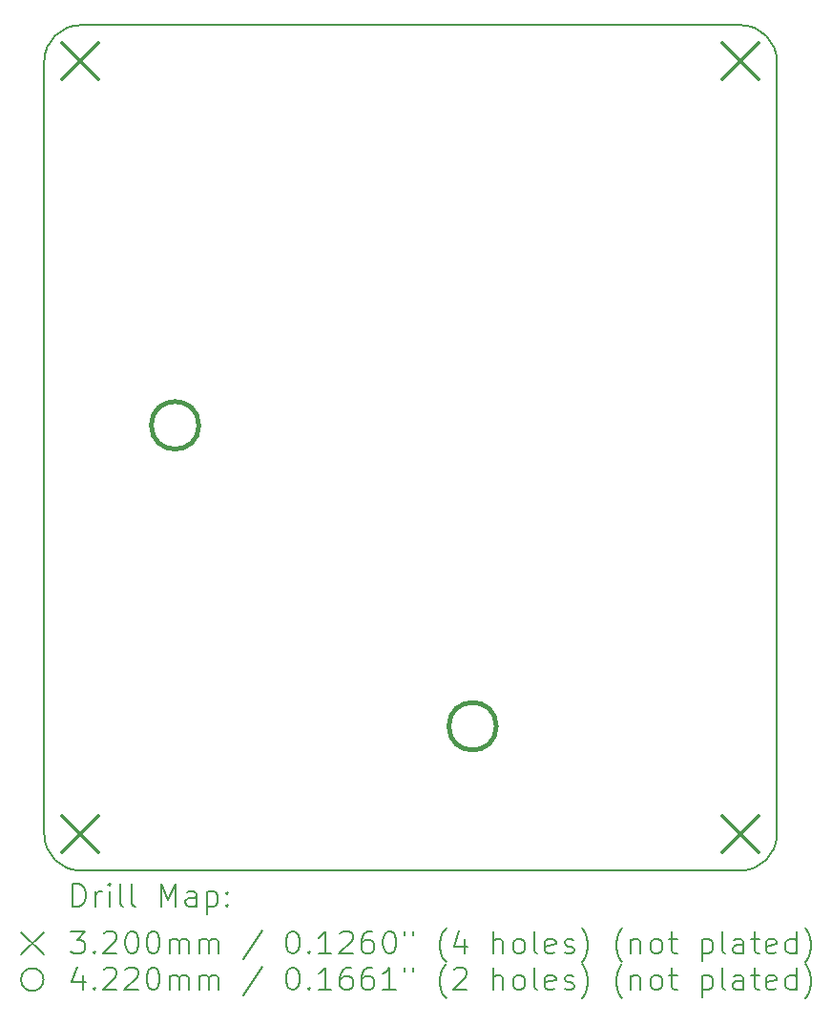
<source format=gbr>
%TF.GenerationSoftware,KiCad,Pcbnew,8.0.2*%
%TF.CreationDate,2024-07-11T10:10:47+02:00*%
%TF.ProjectId,HomeAssistant,486f6d65-4173-4736-9973-74616e742e6b,0.1*%
%TF.SameCoordinates,Original*%
%TF.FileFunction,Drillmap*%
%TF.FilePolarity,Positive*%
%FSLAX45Y45*%
G04 Gerber Fmt 4.5, Leading zero omitted, Abs format (unit mm)*
G04 Created by KiCad (PCBNEW 8.0.2) date 2024-07-11 10:10:47*
%MOMM*%
%LPD*%
G01*
G04 APERTURE LIST*
%ADD10C,0.150000*%
%ADD11C,0.200000*%
%ADD12C,0.320000*%
%ADD13C,0.422000*%
G04 APERTURE END LIST*
D10*
X6500000Y-5315000D02*
G75*
G02*
X6820000Y-4999961I320000J-5000D01*
G01*
X13000000Y-12185000D02*
G75*
G02*
X12680000Y-12500039I-320000J5000D01*
G01*
X6815000Y-12500000D02*
X12680000Y-12500039D01*
X12685000Y-5000000D02*
G75*
G02*
X13000039Y-5320000I-5000J-320000D01*
G01*
X6500000Y-5315000D02*
X6499961Y-12180000D01*
X6815000Y-12500000D02*
G75*
G02*
X6499961Y-12180000I5000J320000D01*
G01*
X13000000Y-12185000D02*
X13000039Y-5320000D01*
X12685000Y-5000000D02*
X6820000Y-4999961D01*
D11*
D12*
X6660000Y-5160000D02*
X6980000Y-5480000D01*
X6980000Y-5160000D02*
X6660000Y-5480000D01*
X6660000Y-12020000D02*
X6980000Y-12340000D01*
X6980000Y-12020000D02*
X6660000Y-12340000D01*
X12520000Y-5160000D02*
X12840000Y-5480000D01*
X12840000Y-5160000D02*
X12520000Y-5480000D01*
X12520000Y-12020000D02*
X12840000Y-12340000D01*
X12840000Y-12020000D02*
X12520000Y-12340000D01*
D13*
X7871000Y-8550000D02*
G75*
G02*
X7449000Y-8550000I-211000J0D01*
G01*
X7449000Y-8550000D02*
G75*
G02*
X7871000Y-8550000I211000J0D01*
G01*
X10511000Y-11220000D02*
G75*
G02*
X10089000Y-11220000I-211000J0D01*
G01*
X10089000Y-11220000D02*
G75*
G02*
X10511000Y-11220000I211000J0D01*
G01*
D11*
X6753238Y-12819023D02*
X6753238Y-12619023D01*
X6753238Y-12619023D02*
X6800857Y-12619023D01*
X6800857Y-12619023D02*
X6829428Y-12628547D01*
X6829428Y-12628547D02*
X6848476Y-12647594D01*
X6848476Y-12647594D02*
X6858000Y-12666642D01*
X6858000Y-12666642D02*
X6867523Y-12704737D01*
X6867523Y-12704737D02*
X6867523Y-12733308D01*
X6867523Y-12733308D02*
X6858000Y-12771404D01*
X6858000Y-12771404D02*
X6848476Y-12790451D01*
X6848476Y-12790451D02*
X6829428Y-12809499D01*
X6829428Y-12809499D02*
X6800857Y-12819023D01*
X6800857Y-12819023D02*
X6753238Y-12819023D01*
X6953238Y-12819023D02*
X6953238Y-12685689D01*
X6953238Y-12723785D02*
X6962762Y-12704737D01*
X6962762Y-12704737D02*
X6972285Y-12695213D01*
X6972285Y-12695213D02*
X6991333Y-12685689D01*
X6991333Y-12685689D02*
X7010381Y-12685689D01*
X7077047Y-12819023D02*
X7077047Y-12685689D01*
X7077047Y-12619023D02*
X7067523Y-12628547D01*
X7067523Y-12628547D02*
X7077047Y-12638070D01*
X7077047Y-12638070D02*
X7086571Y-12628547D01*
X7086571Y-12628547D02*
X7077047Y-12619023D01*
X7077047Y-12619023D02*
X7077047Y-12638070D01*
X7200857Y-12819023D02*
X7181809Y-12809499D01*
X7181809Y-12809499D02*
X7172285Y-12790451D01*
X7172285Y-12790451D02*
X7172285Y-12619023D01*
X7305619Y-12819023D02*
X7286571Y-12809499D01*
X7286571Y-12809499D02*
X7277047Y-12790451D01*
X7277047Y-12790451D02*
X7277047Y-12619023D01*
X7534190Y-12819023D02*
X7534190Y-12619023D01*
X7534190Y-12619023D02*
X7600857Y-12761880D01*
X7600857Y-12761880D02*
X7667523Y-12619023D01*
X7667523Y-12619023D02*
X7667523Y-12819023D01*
X7848476Y-12819023D02*
X7848476Y-12714261D01*
X7848476Y-12714261D02*
X7838952Y-12695213D01*
X7838952Y-12695213D02*
X7819904Y-12685689D01*
X7819904Y-12685689D02*
X7781809Y-12685689D01*
X7781809Y-12685689D02*
X7762762Y-12695213D01*
X7848476Y-12809499D02*
X7829428Y-12819023D01*
X7829428Y-12819023D02*
X7781809Y-12819023D01*
X7781809Y-12819023D02*
X7762762Y-12809499D01*
X7762762Y-12809499D02*
X7753238Y-12790451D01*
X7753238Y-12790451D02*
X7753238Y-12771404D01*
X7753238Y-12771404D02*
X7762762Y-12752356D01*
X7762762Y-12752356D02*
X7781809Y-12742832D01*
X7781809Y-12742832D02*
X7829428Y-12742832D01*
X7829428Y-12742832D02*
X7848476Y-12733308D01*
X7943714Y-12685689D02*
X7943714Y-12885689D01*
X7943714Y-12695213D02*
X7962762Y-12685689D01*
X7962762Y-12685689D02*
X8000857Y-12685689D01*
X8000857Y-12685689D02*
X8019904Y-12695213D01*
X8019904Y-12695213D02*
X8029428Y-12704737D01*
X8029428Y-12704737D02*
X8038952Y-12723785D01*
X8038952Y-12723785D02*
X8038952Y-12780927D01*
X8038952Y-12780927D02*
X8029428Y-12799975D01*
X8029428Y-12799975D02*
X8019904Y-12809499D01*
X8019904Y-12809499D02*
X8000857Y-12819023D01*
X8000857Y-12819023D02*
X7962762Y-12819023D01*
X7962762Y-12819023D02*
X7943714Y-12809499D01*
X8124666Y-12799975D02*
X8134190Y-12809499D01*
X8134190Y-12809499D02*
X8124666Y-12819023D01*
X8124666Y-12819023D02*
X8115143Y-12809499D01*
X8115143Y-12809499D02*
X8124666Y-12799975D01*
X8124666Y-12799975D02*
X8124666Y-12819023D01*
X8124666Y-12695213D02*
X8134190Y-12704737D01*
X8134190Y-12704737D02*
X8124666Y-12714261D01*
X8124666Y-12714261D02*
X8115143Y-12704737D01*
X8115143Y-12704737D02*
X8124666Y-12695213D01*
X8124666Y-12695213D02*
X8124666Y-12714261D01*
X6292461Y-13047539D02*
X6492461Y-13247539D01*
X6492461Y-13047539D02*
X6292461Y-13247539D01*
X6734190Y-13039023D02*
X6858000Y-13039023D01*
X6858000Y-13039023D02*
X6791333Y-13115213D01*
X6791333Y-13115213D02*
X6819904Y-13115213D01*
X6819904Y-13115213D02*
X6838952Y-13124737D01*
X6838952Y-13124737D02*
X6848476Y-13134261D01*
X6848476Y-13134261D02*
X6858000Y-13153308D01*
X6858000Y-13153308D02*
X6858000Y-13200927D01*
X6858000Y-13200927D02*
X6848476Y-13219975D01*
X6848476Y-13219975D02*
X6838952Y-13229499D01*
X6838952Y-13229499D02*
X6819904Y-13239023D01*
X6819904Y-13239023D02*
X6762762Y-13239023D01*
X6762762Y-13239023D02*
X6743714Y-13229499D01*
X6743714Y-13229499D02*
X6734190Y-13219975D01*
X6943714Y-13219975D02*
X6953238Y-13229499D01*
X6953238Y-13229499D02*
X6943714Y-13239023D01*
X6943714Y-13239023D02*
X6934190Y-13229499D01*
X6934190Y-13229499D02*
X6943714Y-13219975D01*
X6943714Y-13219975D02*
X6943714Y-13239023D01*
X7029428Y-13058070D02*
X7038952Y-13048547D01*
X7038952Y-13048547D02*
X7058000Y-13039023D01*
X7058000Y-13039023D02*
X7105619Y-13039023D01*
X7105619Y-13039023D02*
X7124666Y-13048547D01*
X7124666Y-13048547D02*
X7134190Y-13058070D01*
X7134190Y-13058070D02*
X7143714Y-13077118D01*
X7143714Y-13077118D02*
X7143714Y-13096166D01*
X7143714Y-13096166D02*
X7134190Y-13124737D01*
X7134190Y-13124737D02*
X7019904Y-13239023D01*
X7019904Y-13239023D02*
X7143714Y-13239023D01*
X7267523Y-13039023D02*
X7286571Y-13039023D01*
X7286571Y-13039023D02*
X7305619Y-13048547D01*
X7305619Y-13048547D02*
X7315143Y-13058070D01*
X7315143Y-13058070D02*
X7324666Y-13077118D01*
X7324666Y-13077118D02*
X7334190Y-13115213D01*
X7334190Y-13115213D02*
X7334190Y-13162832D01*
X7334190Y-13162832D02*
X7324666Y-13200927D01*
X7324666Y-13200927D02*
X7315143Y-13219975D01*
X7315143Y-13219975D02*
X7305619Y-13229499D01*
X7305619Y-13229499D02*
X7286571Y-13239023D01*
X7286571Y-13239023D02*
X7267523Y-13239023D01*
X7267523Y-13239023D02*
X7248476Y-13229499D01*
X7248476Y-13229499D02*
X7238952Y-13219975D01*
X7238952Y-13219975D02*
X7229428Y-13200927D01*
X7229428Y-13200927D02*
X7219904Y-13162832D01*
X7219904Y-13162832D02*
X7219904Y-13115213D01*
X7219904Y-13115213D02*
X7229428Y-13077118D01*
X7229428Y-13077118D02*
X7238952Y-13058070D01*
X7238952Y-13058070D02*
X7248476Y-13048547D01*
X7248476Y-13048547D02*
X7267523Y-13039023D01*
X7458000Y-13039023D02*
X7477047Y-13039023D01*
X7477047Y-13039023D02*
X7496095Y-13048547D01*
X7496095Y-13048547D02*
X7505619Y-13058070D01*
X7505619Y-13058070D02*
X7515143Y-13077118D01*
X7515143Y-13077118D02*
X7524666Y-13115213D01*
X7524666Y-13115213D02*
X7524666Y-13162832D01*
X7524666Y-13162832D02*
X7515143Y-13200927D01*
X7515143Y-13200927D02*
X7505619Y-13219975D01*
X7505619Y-13219975D02*
X7496095Y-13229499D01*
X7496095Y-13229499D02*
X7477047Y-13239023D01*
X7477047Y-13239023D02*
X7458000Y-13239023D01*
X7458000Y-13239023D02*
X7438952Y-13229499D01*
X7438952Y-13229499D02*
X7429428Y-13219975D01*
X7429428Y-13219975D02*
X7419904Y-13200927D01*
X7419904Y-13200927D02*
X7410381Y-13162832D01*
X7410381Y-13162832D02*
X7410381Y-13115213D01*
X7410381Y-13115213D02*
X7419904Y-13077118D01*
X7419904Y-13077118D02*
X7429428Y-13058070D01*
X7429428Y-13058070D02*
X7438952Y-13048547D01*
X7438952Y-13048547D02*
X7458000Y-13039023D01*
X7610381Y-13239023D02*
X7610381Y-13105689D01*
X7610381Y-13124737D02*
X7619904Y-13115213D01*
X7619904Y-13115213D02*
X7638952Y-13105689D01*
X7638952Y-13105689D02*
X7667524Y-13105689D01*
X7667524Y-13105689D02*
X7686571Y-13115213D01*
X7686571Y-13115213D02*
X7696095Y-13134261D01*
X7696095Y-13134261D02*
X7696095Y-13239023D01*
X7696095Y-13134261D02*
X7705619Y-13115213D01*
X7705619Y-13115213D02*
X7724666Y-13105689D01*
X7724666Y-13105689D02*
X7753238Y-13105689D01*
X7753238Y-13105689D02*
X7772285Y-13115213D01*
X7772285Y-13115213D02*
X7781809Y-13134261D01*
X7781809Y-13134261D02*
X7781809Y-13239023D01*
X7877047Y-13239023D02*
X7877047Y-13105689D01*
X7877047Y-13124737D02*
X7886571Y-13115213D01*
X7886571Y-13115213D02*
X7905619Y-13105689D01*
X7905619Y-13105689D02*
X7934190Y-13105689D01*
X7934190Y-13105689D02*
X7953238Y-13115213D01*
X7953238Y-13115213D02*
X7962762Y-13134261D01*
X7962762Y-13134261D02*
X7962762Y-13239023D01*
X7962762Y-13134261D02*
X7972285Y-13115213D01*
X7972285Y-13115213D02*
X7991333Y-13105689D01*
X7991333Y-13105689D02*
X8019904Y-13105689D01*
X8019904Y-13105689D02*
X8038952Y-13115213D01*
X8038952Y-13115213D02*
X8048476Y-13134261D01*
X8048476Y-13134261D02*
X8048476Y-13239023D01*
X8438952Y-13029499D02*
X8267524Y-13286642D01*
X8696095Y-13039023D02*
X8715143Y-13039023D01*
X8715143Y-13039023D02*
X8734190Y-13048547D01*
X8734190Y-13048547D02*
X8743714Y-13058070D01*
X8743714Y-13058070D02*
X8753238Y-13077118D01*
X8753238Y-13077118D02*
X8762762Y-13115213D01*
X8762762Y-13115213D02*
X8762762Y-13162832D01*
X8762762Y-13162832D02*
X8753238Y-13200927D01*
X8753238Y-13200927D02*
X8743714Y-13219975D01*
X8743714Y-13219975D02*
X8734190Y-13229499D01*
X8734190Y-13229499D02*
X8715143Y-13239023D01*
X8715143Y-13239023D02*
X8696095Y-13239023D01*
X8696095Y-13239023D02*
X8677048Y-13229499D01*
X8677048Y-13229499D02*
X8667524Y-13219975D01*
X8667524Y-13219975D02*
X8658000Y-13200927D01*
X8658000Y-13200927D02*
X8648476Y-13162832D01*
X8648476Y-13162832D02*
X8648476Y-13115213D01*
X8648476Y-13115213D02*
X8658000Y-13077118D01*
X8658000Y-13077118D02*
X8667524Y-13058070D01*
X8667524Y-13058070D02*
X8677048Y-13048547D01*
X8677048Y-13048547D02*
X8696095Y-13039023D01*
X8848476Y-13219975D02*
X8858000Y-13229499D01*
X8858000Y-13229499D02*
X8848476Y-13239023D01*
X8848476Y-13239023D02*
X8838952Y-13229499D01*
X8838952Y-13229499D02*
X8848476Y-13219975D01*
X8848476Y-13219975D02*
X8848476Y-13239023D01*
X9048476Y-13239023D02*
X8934190Y-13239023D01*
X8991333Y-13239023D02*
X8991333Y-13039023D01*
X8991333Y-13039023D02*
X8972286Y-13067594D01*
X8972286Y-13067594D02*
X8953238Y-13086642D01*
X8953238Y-13086642D02*
X8934190Y-13096166D01*
X9124667Y-13058070D02*
X9134190Y-13048547D01*
X9134190Y-13048547D02*
X9153238Y-13039023D01*
X9153238Y-13039023D02*
X9200857Y-13039023D01*
X9200857Y-13039023D02*
X9219905Y-13048547D01*
X9219905Y-13048547D02*
X9229429Y-13058070D01*
X9229429Y-13058070D02*
X9238952Y-13077118D01*
X9238952Y-13077118D02*
X9238952Y-13096166D01*
X9238952Y-13096166D02*
X9229429Y-13124737D01*
X9229429Y-13124737D02*
X9115143Y-13239023D01*
X9115143Y-13239023D02*
X9238952Y-13239023D01*
X9410381Y-13039023D02*
X9372286Y-13039023D01*
X9372286Y-13039023D02*
X9353238Y-13048547D01*
X9353238Y-13048547D02*
X9343714Y-13058070D01*
X9343714Y-13058070D02*
X9324667Y-13086642D01*
X9324667Y-13086642D02*
X9315143Y-13124737D01*
X9315143Y-13124737D02*
X9315143Y-13200927D01*
X9315143Y-13200927D02*
X9324667Y-13219975D01*
X9324667Y-13219975D02*
X9334190Y-13229499D01*
X9334190Y-13229499D02*
X9353238Y-13239023D01*
X9353238Y-13239023D02*
X9391333Y-13239023D01*
X9391333Y-13239023D02*
X9410381Y-13229499D01*
X9410381Y-13229499D02*
X9419905Y-13219975D01*
X9419905Y-13219975D02*
X9429429Y-13200927D01*
X9429429Y-13200927D02*
X9429429Y-13153308D01*
X9429429Y-13153308D02*
X9419905Y-13134261D01*
X9419905Y-13134261D02*
X9410381Y-13124737D01*
X9410381Y-13124737D02*
X9391333Y-13115213D01*
X9391333Y-13115213D02*
X9353238Y-13115213D01*
X9353238Y-13115213D02*
X9334190Y-13124737D01*
X9334190Y-13124737D02*
X9324667Y-13134261D01*
X9324667Y-13134261D02*
X9315143Y-13153308D01*
X9553238Y-13039023D02*
X9572286Y-13039023D01*
X9572286Y-13039023D02*
X9591333Y-13048547D01*
X9591333Y-13048547D02*
X9600857Y-13058070D01*
X9600857Y-13058070D02*
X9610381Y-13077118D01*
X9610381Y-13077118D02*
X9619905Y-13115213D01*
X9619905Y-13115213D02*
X9619905Y-13162832D01*
X9619905Y-13162832D02*
X9610381Y-13200927D01*
X9610381Y-13200927D02*
X9600857Y-13219975D01*
X9600857Y-13219975D02*
X9591333Y-13229499D01*
X9591333Y-13229499D02*
X9572286Y-13239023D01*
X9572286Y-13239023D02*
X9553238Y-13239023D01*
X9553238Y-13239023D02*
X9534190Y-13229499D01*
X9534190Y-13229499D02*
X9524667Y-13219975D01*
X9524667Y-13219975D02*
X9515143Y-13200927D01*
X9515143Y-13200927D02*
X9505619Y-13162832D01*
X9505619Y-13162832D02*
X9505619Y-13115213D01*
X9505619Y-13115213D02*
X9515143Y-13077118D01*
X9515143Y-13077118D02*
X9524667Y-13058070D01*
X9524667Y-13058070D02*
X9534190Y-13048547D01*
X9534190Y-13048547D02*
X9553238Y-13039023D01*
X9696095Y-13039023D02*
X9696095Y-13077118D01*
X9772286Y-13039023D02*
X9772286Y-13077118D01*
X10067524Y-13315213D02*
X10058000Y-13305689D01*
X10058000Y-13305689D02*
X10038952Y-13277118D01*
X10038952Y-13277118D02*
X10029429Y-13258070D01*
X10029429Y-13258070D02*
X10019905Y-13229499D01*
X10019905Y-13229499D02*
X10010381Y-13181880D01*
X10010381Y-13181880D02*
X10010381Y-13143785D01*
X10010381Y-13143785D02*
X10019905Y-13096166D01*
X10019905Y-13096166D02*
X10029429Y-13067594D01*
X10029429Y-13067594D02*
X10038952Y-13048547D01*
X10038952Y-13048547D02*
X10058000Y-13019975D01*
X10058000Y-13019975D02*
X10067524Y-13010451D01*
X10229429Y-13105689D02*
X10229429Y-13239023D01*
X10181810Y-13029499D02*
X10134191Y-13172356D01*
X10134191Y-13172356D02*
X10258000Y-13172356D01*
X10486572Y-13239023D02*
X10486572Y-13039023D01*
X10572286Y-13239023D02*
X10572286Y-13134261D01*
X10572286Y-13134261D02*
X10562762Y-13115213D01*
X10562762Y-13115213D02*
X10543714Y-13105689D01*
X10543714Y-13105689D02*
X10515143Y-13105689D01*
X10515143Y-13105689D02*
X10496095Y-13115213D01*
X10496095Y-13115213D02*
X10486572Y-13124737D01*
X10696095Y-13239023D02*
X10677048Y-13229499D01*
X10677048Y-13229499D02*
X10667524Y-13219975D01*
X10667524Y-13219975D02*
X10658000Y-13200927D01*
X10658000Y-13200927D02*
X10658000Y-13143785D01*
X10658000Y-13143785D02*
X10667524Y-13124737D01*
X10667524Y-13124737D02*
X10677048Y-13115213D01*
X10677048Y-13115213D02*
X10696095Y-13105689D01*
X10696095Y-13105689D02*
X10724667Y-13105689D01*
X10724667Y-13105689D02*
X10743714Y-13115213D01*
X10743714Y-13115213D02*
X10753238Y-13124737D01*
X10753238Y-13124737D02*
X10762762Y-13143785D01*
X10762762Y-13143785D02*
X10762762Y-13200927D01*
X10762762Y-13200927D02*
X10753238Y-13219975D01*
X10753238Y-13219975D02*
X10743714Y-13229499D01*
X10743714Y-13229499D02*
X10724667Y-13239023D01*
X10724667Y-13239023D02*
X10696095Y-13239023D01*
X10877048Y-13239023D02*
X10858000Y-13229499D01*
X10858000Y-13229499D02*
X10848476Y-13210451D01*
X10848476Y-13210451D02*
X10848476Y-13039023D01*
X11029429Y-13229499D02*
X11010381Y-13239023D01*
X11010381Y-13239023D02*
X10972286Y-13239023D01*
X10972286Y-13239023D02*
X10953238Y-13229499D01*
X10953238Y-13229499D02*
X10943714Y-13210451D01*
X10943714Y-13210451D02*
X10943714Y-13134261D01*
X10943714Y-13134261D02*
X10953238Y-13115213D01*
X10953238Y-13115213D02*
X10972286Y-13105689D01*
X10972286Y-13105689D02*
X11010381Y-13105689D01*
X11010381Y-13105689D02*
X11029429Y-13115213D01*
X11029429Y-13115213D02*
X11038953Y-13134261D01*
X11038953Y-13134261D02*
X11038953Y-13153308D01*
X11038953Y-13153308D02*
X10943714Y-13172356D01*
X11115143Y-13229499D02*
X11134191Y-13239023D01*
X11134191Y-13239023D02*
X11172286Y-13239023D01*
X11172286Y-13239023D02*
X11191333Y-13229499D01*
X11191333Y-13229499D02*
X11200857Y-13210451D01*
X11200857Y-13210451D02*
X11200857Y-13200927D01*
X11200857Y-13200927D02*
X11191333Y-13181880D01*
X11191333Y-13181880D02*
X11172286Y-13172356D01*
X11172286Y-13172356D02*
X11143714Y-13172356D01*
X11143714Y-13172356D02*
X11124667Y-13162832D01*
X11124667Y-13162832D02*
X11115143Y-13143785D01*
X11115143Y-13143785D02*
X11115143Y-13134261D01*
X11115143Y-13134261D02*
X11124667Y-13115213D01*
X11124667Y-13115213D02*
X11143714Y-13105689D01*
X11143714Y-13105689D02*
X11172286Y-13105689D01*
X11172286Y-13105689D02*
X11191333Y-13115213D01*
X11267524Y-13315213D02*
X11277048Y-13305689D01*
X11277048Y-13305689D02*
X11296095Y-13277118D01*
X11296095Y-13277118D02*
X11305619Y-13258070D01*
X11305619Y-13258070D02*
X11315143Y-13229499D01*
X11315143Y-13229499D02*
X11324667Y-13181880D01*
X11324667Y-13181880D02*
X11324667Y-13143785D01*
X11324667Y-13143785D02*
X11315143Y-13096166D01*
X11315143Y-13096166D02*
X11305619Y-13067594D01*
X11305619Y-13067594D02*
X11296095Y-13048547D01*
X11296095Y-13048547D02*
X11277048Y-13019975D01*
X11277048Y-13019975D02*
X11267524Y-13010451D01*
X11629429Y-13315213D02*
X11619905Y-13305689D01*
X11619905Y-13305689D02*
X11600857Y-13277118D01*
X11600857Y-13277118D02*
X11591333Y-13258070D01*
X11591333Y-13258070D02*
X11581810Y-13229499D01*
X11581810Y-13229499D02*
X11572286Y-13181880D01*
X11572286Y-13181880D02*
X11572286Y-13143785D01*
X11572286Y-13143785D02*
X11581810Y-13096166D01*
X11581810Y-13096166D02*
X11591333Y-13067594D01*
X11591333Y-13067594D02*
X11600857Y-13048547D01*
X11600857Y-13048547D02*
X11619905Y-13019975D01*
X11619905Y-13019975D02*
X11629429Y-13010451D01*
X11705619Y-13105689D02*
X11705619Y-13239023D01*
X11705619Y-13124737D02*
X11715143Y-13115213D01*
X11715143Y-13115213D02*
X11734191Y-13105689D01*
X11734191Y-13105689D02*
X11762762Y-13105689D01*
X11762762Y-13105689D02*
X11781810Y-13115213D01*
X11781810Y-13115213D02*
X11791333Y-13134261D01*
X11791333Y-13134261D02*
X11791333Y-13239023D01*
X11915143Y-13239023D02*
X11896095Y-13229499D01*
X11896095Y-13229499D02*
X11886572Y-13219975D01*
X11886572Y-13219975D02*
X11877048Y-13200927D01*
X11877048Y-13200927D02*
X11877048Y-13143785D01*
X11877048Y-13143785D02*
X11886572Y-13124737D01*
X11886572Y-13124737D02*
X11896095Y-13115213D01*
X11896095Y-13115213D02*
X11915143Y-13105689D01*
X11915143Y-13105689D02*
X11943714Y-13105689D01*
X11943714Y-13105689D02*
X11962762Y-13115213D01*
X11962762Y-13115213D02*
X11972286Y-13124737D01*
X11972286Y-13124737D02*
X11981810Y-13143785D01*
X11981810Y-13143785D02*
X11981810Y-13200927D01*
X11981810Y-13200927D02*
X11972286Y-13219975D01*
X11972286Y-13219975D02*
X11962762Y-13229499D01*
X11962762Y-13229499D02*
X11943714Y-13239023D01*
X11943714Y-13239023D02*
X11915143Y-13239023D01*
X12038953Y-13105689D02*
X12115143Y-13105689D01*
X12067524Y-13039023D02*
X12067524Y-13210451D01*
X12067524Y-13210451D02*
X12077048Y-13229499D01*
X12077048Y-13229499D02*
X12096095Y-13239023D01*
X12096095Y-13239023D02*
X12115143Y-13239023D01*
X12334191Y-13105689D02*
X12334191Y-13305689D01*
X12334191Y-13115213D02*
X12353238Y-13105689D01*
X12353238Y-13105689D02*
X12391334Y-13105689D01*
X12391334Y-13105689D02*
X12410381Y-13115213D01*
X12410381Y-13115213D02*
X12419905Y-13124737D01*
X12419905Y-13124737D02*
X12429429Y-13143785D01*
X12429429Y-13143785D02*
X12429429Y-13200927D01*
X12429429Y-13200927D02*
X12419905Y-13219975D01*
X12419905Y-13219975D02*
X12410381Y-13229499D01*
X12410381Y-13229499D02*
X12391334Y-13239023D01*
X12391334Y-13239023D02*
X12353238Y-13239023D01*
X12353238Y-13239023D02*
X12334191Y-13229499D01*
X12543714Y-13239023D02*
X12524667Y-13229499D01*
X12524667Y-13229499D02*
X12515143Y-13210451D01*
X12515143Y-13210451D02*
X12515143Y-13039023D01*
X12705619Y-13239023D02*
X12705619Y-13134261D01*
X12705619Y-13134261D02*
X12696095Y-13115213D01*
X12696095Y-13115213D02*
X12677048Y-13105689D01*
X12677048Y-13105689D02*
X12638953Y-13105689D01*
X12638953Y-13105689D02*
X12619905Y-13115213D01*
X12705619Y-13229499D02*
X12686572Y-13239023D01*
X12686572Y-13239023D02*
X12638953Y-13239023D01*
X12638953Y-13239023D02*
X12619905Y-13229499D01*
X12619905Y-13229499D02*
X12610381Y-13210451D01*
X12610381Y-13210451D02*
X12610381Y-13191404D01*
X12610381Y-13191404D02*
X12619905Y-13172356D01*
X12619905Y-13172356D02*
X12638953Y-13162832D01*
X12638953Y-13162832D02*
X12686572Y-13162832D01*
X12686572Y-13162832D02*
X12705619Y-13153308D01*
X12772286Y-13105689D02*
X12848476Y-13105689D01*
X12800857Y-13039023D02*
X12800857Y-13210451D01*
X12800857Y-13210451D02*
X12810381Y-13229499D01*
X12810381Y-13229499D02*
X12829429Y-13239023D01*
X12829429Y-13239023D02*
X12848476Y-13239023D01*
X12991334Y-13229499D02*
X12972286Y-13239023D01*
X12972286Y-13239023D02*
X12934191Y-13239023D01*
X12934191Y-13239023D02*
X12915143Y-13229499D01*
X12915143Y-13229499D02*
X12905619Y-13210451D01*
X12905619Y-13210451D02*
X12905619Y-13134261D01*
X12905619Y-13134261D02*
X12915143Y-13115213D01*
X12915143Y-13115213D02*
X12934191Y-13105689D01*
X12934191Y-13105689D02*
X12972286Y-13105689D01*
X12972286Y-13105689D02*
X12991334Y-13115213D01*
X12991334Y-13115213D02*
X13000857Y-13134261D01*
X13000857Y-13134261D02*
X13000857Y-13153308D01*
X13000857Y-13153308D02*
X12905619Y-13172356D01*
X13172286Y-13239023D02*
X13172286Y-13039023D01*
X13172286Y-13229499D02*
X13153238Y-13239023D01*
X13153238Y-13239023D02*
X13115143Y-13239023D01*
X13115143Y-13239023D02*
X13096095Y-13229499D01*
X13096095Y-13229499D02*
X13086572Y-13219975D01*
X13086572Y-13219975D02*
X13077048Y-13200927D01*
X13077048Y-13200927D02*
X13077048Y-13143785D01*
X13077048Y-13143785D02*
X13086572Y-13124737D01*
X13086572Y-13124737D02*
X13096095Y-13115213D01*
X13096095Y-13115213D02*
X13115143Y-13105689D01*
X13115143Y-13105689D02*
X13153238Y-13105689D01*
X13153238Y-13105689D02*
X13172286Y-13115213D01*
X13248476Y-13315213D02*
X13258000Y-13305689D01*
X13258000Y-13305689D02*
X13277048Y-13277118D01*
X13277048Y-13277118D02*
X13286572Y-13258070D01*
X13286572Y-13258070D02*
X13296095Y-13229499D01*
X13296095Y-13229499D02*
X13305619Y-13181880D01*
X13305619Y-13181880D02*
X13305619Y-13143785D01*
X13305619Y-13143785D02*
X13296095Y-13096166D01*
X13296095Y-13096166D02*
X13286572Y-13067594D01*
X13286572Y-13067594D02*
X13277048Y-13048547D01*
X13277048Y-13048547D02*
X13258000Y-13019975D01*
X13258000Y-13019975D02*
X13248476Y-13010451D01*
X6492461Y-13467539D02*
G75*
G02*
X6292461Y-13467539I-100000J0D01*
G01*
X6292461Y-13467539D02*
G75*
G02*
X6492461Y-13467539I100000J0D01*
G01*
X6838952Y-13425689D02*
X6838952Y-13559023D01*
X6791333Y-13349499D02*
X6743714Y-13492356D01*
X6743714Y-13492356D02*
X6867523Y-13492356D01*
X6943714Y-13539975D02*
X6953238Y-13549499D01*
X6953238Y-13549499D02*
X6943714Y-13559023D01*
X6943714Y-13559023D02*
X6934190Y-13549499D01*
X6934190Y-13549499D02*
X6943714Y-13539975D01*
X6943714Y-13539975D02*
X6943714Y-13559023D01*
X7029428Y-13378070D02*
X7038952Y-13368547D01*
X7038952Y-13368547D02*
X7058000Y-13359023D01*
X7058000Y-13359023D02*
X7105619Y-13359023D01*
X7105619Y-13359023D02*
X7124666Y-13368547D01*
X7124666Y-13368547D02*
X7134190Y-13378070D01*
X7134190Y-13378070D02*
X7143714Y-13397118D01*
X7143714Y-13397118D02*
X7143714Y-13416166D01*
X7143714Y-13416166D02*
X7134190Y-13444737D01*
X7134190Y-13444737D02*
X7019904Y-13559023D01*
X7019904Y-13559023D02*
X7143714Y-13559023D01*
X7219904Y-13378070D02*
X7229428Y-13368547D01*
X7229428Y-13368547D02*
X7248476Y-13359023D01*
X7248476Y-13359023D02*
X7296095Y-13359023D01*
X7296095Y-13359023D02*
X7315143Y-13368547D01*
X7315143Y-13368547D02*
X7324666Y-13378070D01*
X7324666Y-13378070D02*
X7334190Y-13397118D01*
X7334190Y-13397118D02*
X7334190Y-13416166D01*
X7334190Y-13416166D02*
X7324666Y-13444737D01*
X7324666Y-13444737D02*
X7210381Y-13559023D01*
X7210381Y-13559023D02*
X7334190Y-13559023D01*
X7458000Y-13359023D02*
X7477047Y-13359023D01*
X7477047Y-13359023D02*
X7496095Y-13368547D01*
X7496095Y-13368547D02*
X7505619Y-13378070D01*
X7505619Y-13378070D02*
X7515143Y-13397118D01*
X7515143Y-13397118D02*
X7524666Y-13435213D01*
X7524666Y-13435213D02*
X7524666Y-13482832D01*
X7524666Y-13482832D02*
X7515143Y-13520927D01*
X7515143Y-13520927D02*
X7505619Y-13539975D01*
X7505619Y-13539975D02*
X7496095Y-13549499D01*
X7496095Y-13549499D02*
X7477047Y-13559023D01*
X7477047Y-13559023D02*
X7458000Y-13559023D01*
X7458000Y-13559023D02*
X7438952Y-13549499D01*
X7438952Y-13549499D02*
X7429428Y-13539975D01*
X7429428Y-13539975D02*
X7419904Y-13520927D01*
X7419904Y-13520927D02*
X7410381Y-13482832D01*
X7410381Y-13482832D02*
X7410381Y-13435213D01*
X7410381Y-13435213D02*
X7419904Y-13397118D01*
X7419904Y-13397118D02*
X7429428Y-13378070D01*
X7429428Y-13378070D02*
X7438952Y-13368547D01*
X7438952Y-13368547D02*
X7458000Y-13359023D01*
X7610381Y-13559023D02*
X7610381Y-13425689D01*
X7610381Y-13444737D02*
X7619904Y-13435213D01*
X7619904Y-13435213D02*
X7638952Y-13425689D01*
X7638952Y-13425689D02*
X7667524Y-13425689D01*
X7667524Y-13425689D02*
X7686571Y-13435213D01*
X7686571Y-13435213D02*
X7696095Y-13454261D01*
X7696095Y-13454261D02*
X7696095Y-13559023D01*
X7696095Y-13454261D02*
X7705619Y-13435213D01*
X7705619Y-13435213D02*
X7724666Y-13425689D01*
X7724666Y-13425689D02*
X7753238Y-13425689D01*
X7753238Y-13425689D02*
X7772285Y-13435213D01*
X7772285Y-13435213D02*
X7781809Y-13454261D01*
X7781809Y-13454261D02*
X7781809Y-13559023D01*
X7877047Y-13559023D02*
X7877047Y-13425689D01*
X7877047Y-13444737D02*
X7886571Y-13435213D01*
X7886571Y-13435213D02*
X7905619Y-13425689D01*
X7905619Y-13425689D02*
X7934190Y-13425689D01*
X7934190Y-13425689D02*
X7953238Y-13435213D01*
X7953238Y-13435213D02*
X7962762Y-13454261D01*
X7962762Y-13454261D02*
X7962762Y-13559023D01*
X7962762Y-13454261D02*
X7972285Y-13435213D01*
X7972285Y-13435213D02*
X7991333Y-13425689D01*
X7991333Y-13425689D02*
X8019904Y-13425689D01*
X8019904Y-13425689D02*
X8038952Y-13435213D01*
X8038952Y-13435213D02*
X8048476Y-13454261D01*
X8048476Y-13454261D02*
X8048476Y-13559023D01*
X8438952Y-13349499D02*
X8267524Y-13606642D01*
X8696095Y-13359023D02*
X8715143Y-13359023D01*
X8715143Y-13359023D02*
X8734190Y-13368547D01*
X8734190Y-13368547D02*
X8743714Y-13378070D01*
X8743714Y-13378070D02*
X8753238Y-13397118D01*
X8753238Y-13397118D02*
X8762762Y-13435213D01*
X8762762Y-13435213D02*
X8762762Y-13482832D01*
X8762762Y-13482832D02*
X8753238Y-13520927D01*
X8753238Y-13520927D02*
X8743714Y-13539975D01*
X8743714Y-13539975D02*
X8734190Y-13549499D01*
X8734190Y-13549499D02*
X8715143Y-13559023D01*
X8715143Y-13559023D02*
X8696095Y-13559023D01*
X8696095Y-13559023D02*
X8677048Y-13549499D01*
X8677048Y-13549499D02*
X8667524Y-13539975D01*
X8667524Y-13539975D02*
X8658000Y-13520927D01*
X8658000Y-13520927D02*
X8648476Y-13482832D01*
X8648476Y-13482832D02*
X8648476Y-13435213D01*
X8648476Y-13435213D02*
X8658000Y-13397118D01*
X8658000Y-13397118D02*
X8667524Y-13378070D01*
X8667524Y-13378070D02*
X8677048Y-13368547D01*
X8677048Y-13368547D02*
X8696095Y-13359023D01*
X8848476Y-13539975D02*
X8858000Y-13549499D01*
X8858000Y-13549499D02*
X8848476Y-13559023D01*
X8848476Y-13559023D02*
X8838952Y-13549499D01*
X8838952Y-13549499D02*
X8848476Y-13539975D01*
X8848476Y-13539975D02*
X8848476Y-13559023D01*
X9048476Y-13559023D02*
X8934190Y-13559023D01*
X8991333Y-13559023D02*
X8991333Y-13359023D01*
X8991333Y-13359023D02*
X8972286Y-13387594D01*
X8972286Y-13387594D02*
X8953238Y-13406642D01*
X8953238Y-13406642D02*
X8934190Y-13416166D01*
X9219905Y-13359023D02*
X9181809Y-13359023D01*
X9181809Y-13359023D02*
X9162762Y-13368547D01*
X9162762Y-13368547D02*
X9153238Y-13378070D01*
X9153238Y-13378070D02*
X9134190Y-13406642D01*
X9134190Y-13406642D02*
X9124667Y-13444737D01*
X9124667Y-13444737D02*
X9124667Y-13520927D01*
X9124667Y-13520927D02*
X9134190Y-13539975D01*
X9134190Y-13539975D02*
X9143714Y-13549499D01*
X9143714Y-13549499D02*
X9162762Y-13559023D01*
X9162762Y-13559023D02*
X9200857Y-13559023D01*
X9200857Y-13559023D02*
X9219905Y-13549499D01*
X9219905Y-13549499D02*
X9229429Y-13539975D01*
X9229429Y-13539975D02*
X9238952Y-13520927D01*
X9238952Y-13520927D02*
X9238952Y-13473308D01*
X9238952Y-13473308D02*
X9229429Y-13454261D01*
X9229429Y-13454261D02*
X9219905Y-13444737D01*
X9219905Y-13444737D02*
X9200857Y-13435213D01*
X9200857Y-13435213D02*
X9162762Y-13435213D01*
X9162762Y-13435213D02*
X9143714Y-13444737D01*
X9143714Y-13444737D02*
X9134190Y-13454261D01*
X9134190Y-13454261D02*
X9124667Y-13473308D01*
X9410381Y-13359023D02*
X9372286Y-13359023D01*
X9372286Y-13359023D02*
X9353238Y-13368547D01*
X9353238Y-13368547D02*
X9343714Y-13378070D01*
X9343714Y-13378070D02*
X9324667Y-13406642D01*
X9324667Y-13406642D02*
X9315143Y-13444737D01*
X9315143Y-13444737D02*
X9315143Y-13520927D01*
X9315143Y-13520927D02*
X9324667Y-13539975D01*
X9324667Y-13539975D02*
X9334190Y-13549499D01*
X9334190Y-13549499D02*
X9353238Y-13559023D01*
X9353238Y-13559023D02*
X9391333Y-13559023D01*
X9391333Y-13559023D02*
X9410381Y-13549499D01*
X9410381Y-13549499D02*
X9419905Y-13539975D01*
X9419905Y-13539975D02*
X9429429Y-13520927D01*
X9429429Y-13520927D02*
X9429429Y-13473308D01*
X9429429Y-13473308D02*
X9419905Y-13454261D01*
X9419905Y-13454261D02*
X9410381Y-13444737D01*
X9410381Y-13444737D02*
X9391333Y-13435213D01*
X9391333Y-13435213D02*
X9353238Y-13435213D01*
X9353238Y-13435213D02*
X9334190Y-13444737D01*
X9334190Y-13444737D02*
X9324667Y-13454261D01*
X9324667Y-13454261D02*
X9315143Y-13473308D01*
X9619905Y-13559023D02*
X9505619Y-13559023D01*
X9562762Y-13559023D02*
X9562762Y-13359023D01*
X9562762Y-13359023D02*
X9543714Y-13387594D01*
X9543714Y-13387594D02*
X9524667Y-13406642D01*
X9524667Y-13406642D02*
X9505619Y-13416166D01*
X9696095Y-13359023D02*
X9696095Y-13397118D01*
X9772286Y-13359023D02*
X9772286Y-13397118D01*
X10067524Y-13635213D02*
X10058000Y-13625689D01*
X10058000Y-13625689D02*
X10038952Y-13597118D01*
X10038952Y-13597118D02*
X10029429Y-13578070D01*
X10029429Y-13578070D02*
X10019905Y-13549499D01*
X10019905Y-13549499D02*
X10010381Y-13501880D01*
X10010381Y-13501880D02*
X10010381Y-13463785D01*
X10010381Y-13463785D02*
X10019905Y-13416166D01*
X10019905Y-13416166D02*
X10029429Y-13387594D01*
X10029429Y-13387594D02*
X10038952Y-13368547D01*
X10038952Y-13368547D02*
X10058000Y-13339975D01*
X10058000Y-13339975D02*
X10067524Y-13330451D01*
X10134191Y-13378070D02*
X10143714Y-13368547D01*
X10143714Y-13368547D02*
X10162762Y-13359023D01*
X10162762Y-13359023D02*
X10210381Y-13359023D01*
X10210381Y-13359023D02*
X10229429Y-13368547D01*
X10229429Y-13368547D02*
X10238952Y-13378070D01*
X10238952Y-13378070D02*
X10248476Y-13397118D01*
X10248476Y-13397118D02*
X10248476Y-13416166D01*
X10248476Y-13416166D02*
X10238952Y-13444737D01*
X10238952Y-13444737D02*
X10124667Y-13559023D01*
X10124667Y-13559023D02*
X10248476Y-13559023D01*
X10486572Y-13559023D02*
X10486572Y-13359023D01*
X10572286Y-13559023D02*
X10572286Y-13454261D01*
X10572286Y-13454261D02*
X10562762Y-13435213D01*
X10562762Y-13435213D02*
X10543714Y-13425689D01*
X10543714Y-13425689D02*
X10515143Y-13425689D01*
X10515143Y-13425689D02*
X10496095Y-13435213D01*
X10496095Y-13435213D02*
X10486572Y-13444737D01*
X10696095Y-13559023D02*
X10677048Y-13549499D01*
X10677048Y-13549499D02*
X10667524Y-13539975D01*
X10667524Y-13539975D02*
X10658000Y-13520927D01*
X10658000Y-13520927D02*
X10658000Y-13463785D01*
X10658000Y-13463785D02*
X10667524Y-13444737D01*
X10667524Y-13444737D02*
X10677048Y-13435213D01*
X10677048Y-13435213D02*
X10696095Y-13425689D01*
X10696095Y-13425689D02*
X10724667Y-13425689D01*
X10724667Y-13425689D02*
X10743714Y-13435213D01*
X10743714Y-13435213D02*
X10753238Y-13444737D01*
X10753238Y-13444737D02*
X10762762Y-13463785D01*
X10762762Y-13463785D02*
X10762762Y-13520927D01*
X10762762Y-13520927D02*
X10753238Y-13539975D01*
X10753238Y-13539975D02*
X10743714Y-13549499D01*
X10743714Y-13549499D02*
X10724667Y-13559023D01*
X10724667Y-13559023D02*
X10696095Y-13559023D01*
X10877048Y-13559023D02*
X10858000Y-13549499D01*
X10858000Y-13549499D02*
X10848476Y-13530451D01*
X10848476Y-13530451D02*
X10848476Y-13359023D01*
X11029429Y-13549499D02*
X11010381Y-13559023D01*
X11010381Y-13559023D02*
X10972286Y-13559023D01*
X10972286Y-13559023D02*
X10953238Y-13549499D01*
X10953238Y-13549499D02*
X10943714Y-13530451D01*
X10943714Y-13530451D02*
X10943714Y-13454261D01*
X10943714Y-13454261D02*
X10953238Y-13435213D01*
X10953238Y-13435213D02*
X10972286Y-13425689D01*
X10972286Y-13425689D02*
X11010381Y-13425689D01*
X11010381Y-13425689D02*
X11029429Y-13435213D01*
X11029429Y-13435213D02*
X11038953Y-13454261D01*
X11038953Y-13454261D02*
X11038953Y-13473308D01*
X11038953Y-13473308D02*
X10943714Y-13492356D01*
X11115143Y-13549499D02*
X11134191Y-13559023D01*
X11134191Y-13559023D02*
X11172286Y-13559023D01*
X11172286Y-13559023D02*
X11191333Y-13549499D01*
X11191333Y-13549499D02*
X11200857Y-13530451D01*
X11200857Y-13530451D02*
X11200857Y-13520927D01*
X11200857Y-13520927D02*
X11191333Y-13501880D01*
X11191333Y-13501880D02*
X11172286Y-13492356D01*
X11172286Y-13492356D02*
X11143714Y-13492356D01*
X11143714Y-13492356D02*
X11124667Y-13482832D01*
X11124667Y-13482832D02*
X11115143Y-13463785D01*
X11115143Y-13463785D02*
X11115143Y-13454261D01*
X11115143Y-13454261D02*
X11124667Y-13435213D01*
X11124667Y-13435213D02*
X11143714Y-13425689D01*
X11143714Y-13425689D02*
X11172286Y-13425689D01*
X11172286Y-13425689D02*
X11191333Y-13435213D01*
X11267524Y-13635213D02*
X11277048Y-13625689D01*
X11277048Y-13625689D02*
X11296095Y-13597118D01*
X11296095Y-13597118D02*
X11305619Y-13578070D01*
X11305619Y-13578070D02*
X11315143Y-13549499D01*
X11315143Y-13549499D02*
X11324667Y-13501880D01*
X11324667Y-13501880D02*
X11324667Y-13463785D01*
X11324667Y-13463785D02*
X11315143Y-13416166D01*
X11315143Y-13416166D02*
X11305619Y-13387594D01*
X11305619Y-13387594D02*
X11296095Y-13368547D01*
X11296095Y-13368547D02*
X11277048Y-13339975D01*
X11277048Y-13339975D02*
X11267524Y-13330451D01*
X11629429Y-13635213D02*
X11619905Y-13625689D01*
X11619905Y-13625689D02*
X11600857Y-13597118D01*
X11600857Y-13597118D02*
X11591333Y-13578070D01*
X11591333Y-13578070D02*
X11581810Y-13549499D01*
X11581810Y-13549499D02*
X11572286Y-13501880D01*
X11572286Y-13501880D02*
X11572286Y-13463785D01*
X11572286Y-13463785D02*
X11581810Y-13416166D01*
X11581810Y-13416166D02*
X11591333Y-13387594D01*
X11591333Y-13387594D02*
X11600857Y-13368547D01*
X11600857Y-13368547D02*
X11619905Y-13339975D01*
X11619905Y-13339975D02*
X11629429Y-13330451D01*
X11705619Y-13425689D02*
X11705619Y-13559023D01*
X11705619Y-13444737D02*
X11715143Y-13435213D01*
X11715143Y-13435213D02*
X11734191Y-13425689D01*
X11734191Y-13425689D02*
X11762762Y-13425689D01*
X11762762Y-13425689D02*
X11781810Y-13435213D01*
X11781810Y-13435213D02*
X11791333Y-13454261D01*
X11791333Y-13454261D02*
X11791333Y-13559023D01*
X11915143Y-13559023D02*
X11896095Y-13549499D01*
X11896095Y-13549499D02*
X11886572Y-13539975D01*
X11886572Y-13539975D02*
X11877048Y-13520927D01*
X11877048Y-13520927D02*
X11877048Y-13463785D01*
X11877048Y-13463785D02*
X11886572Y-13444737D01*
X11886572Y-13444737D02*
X11896095Y-13435213D01*
X11896095Y-13435213D02*
X11915143Y-13425689D01*
X11915143Y-13425689D02*
X11943714Y-13425689D01*
X11943714Y-13425689D02*
X11962762Y-13435213D01*
X11962762Y-13435213D02*
X11972286Y-13444737D01*
X11972286Y-13444737D02*
X11981810Y-13463785D01*
X11981810Y-13463785D02*
X11981810Y-13520927D01*
X11981810Y-13520927D02*
X11972286Y-13539975D01*
X11972286Y-13539975D02*
X11962762Y-13549499D01*
X11962762Y-13549499D02*
X11943714Y-13559023D01*
X11943714Y-13559023D02*
X11915143Y-13559023D01*
X12038953Y-13425689D02*
X12115143Y-13425689D01*
X12067524Y-13359023D02*
X12067524Y-13530451D01*
X12067524Y-13530451D02*
X12077048Y-13549499D01*
X12077048Y-13549499D02*
X12096095Y-13559023D01*
X12096095Y-13559023D02*
X12115143Y-13559023D01*
X12334191Y-13425689D02*
X12334191Y-13625689D01*
X12334191Y-13435213D02*
X12353238Y-13425689D01*
X12353238Y-13425689D02*
X12391334Y-13425689D01*
X12391334Y-13425689D02*
X12410381Y-13435213D01*
X12410381Y-13435213D02*
X12419905Y-13444737D01*
X12419905Y-13444737D02*
X12429429Y-13463785D01*
X12429429Y-13463785D02*
X12429429Y-13520927D01*
X12429429Y-13520927D02*
X12419905Y-13539975D01*
X12419905Y-13539975D02*
X12410381Y-13549499D01*
X12410381Y-13549499D02*
X12391334Y-13559023D01*
X12391334Y-13559023D02*
X12353238Y-13559023D01*
X12353238Y-13559023D02*
X12334191Y-13549499D01*
X12543714Y-13559023D02*
X12524667Y-13549499D01*
X12524667Y-13549499D02*
X12515143Y-13530451D01*
X12515143Y-13530451D02*
X12515143Y-13359023D01*
X12705619Y-13559023D02*
X12705619Y-13454261D01*
X12705619Y-13454261D02*
X12696095Y-13435213D01*
X12696095Y-13435213D02*
X12677048Y-13425689D01*
X12677048Y-13425689D02*
X12638953Y-13425689D01*
X12638953Y-13425689D02*
X12619905Y-13435213D01*
X12705619Y-13549499D02*
X12686572Y-13559023D01*
X12686572Y-13559023D02*
X12638953Y-13559023D01*
X12638953Y-13559023D02*
X12619905Y-13549499D01*
X12619905Y-13549499D02*
X12610381Y-13530451D01*
X12610381Y-13530451D02*
X12610381Y-13511404D01*
X12610381Y-13511404D02*
X12619905Y-13492356D01*
X12619905Y-13492356D02*
X12638953Y-13482832D01*
X12638953Y-13482832D02*
X12686572Y-13482832D01*
X12686572Y-13482832D02*
X12705619Y-13473308D01*
X12772286Y-13425689D02*
X12848476Y-13425689D01*
X12800857Y-13359023D02*
X12800857Y-13530451D01*
X12800857Y-13530451D02*
X12810381Y-13549499D01*
X12810381Y-13549499D02*
X12829429Y-13559023D01*
X12829429Y-13559023D02*
X12848476Y-13559023D01*
X12991334Y-13549499D02*
X12972286Y-13559023D01*
X12972286Y-13559023D02*
X12934191Y-13559023D01*
X12934191Y-13559023D02*
X12915143Y-13549499D01*
X12915143Y-13549499D02*
X12905619Y-13530451D01*
X12905619Y-13530451D02*
X12905619Y-13454261D01*
X12905619Y-13454261D02*
X12915143Y-13435213D01*
X12915143Y-13435213D02*
X12934191Y-13425689D01*
X12934191Y-13425689D02*
X12972286Y-13425689D01*
X12972286Y-13425689D02*
X12991334Y-13435213D01*
X12991334Y-13435213D02*
X13000857Y-13454261D01*
X13000857Y-13454261D02*
X13000857Y-13473308D01*
X13000857Y-13473308D02*
X12905619Y-13492356D01*
X13172286Y-13559023D02*
X13172286Y-13359023D01*
X13172286Y-13549499D02*
X13153238Y-13559023D01*
X13153238Y-13559023D02*
X13115143Y-13559023D01*
X13115143Y-13559023D02*
X13096095Y-13549499D01*
X13096095Y-13549499D02*
X13086572Y-13539975D01*
X13086572Y-13539975D02*
X13077048Y-13520927D01*
X13077048Y-13520927D02*
X13077048Y-13463785D01*
X13077048Y-13463785D02*
X13086572Y-13444737D01*
X13086572Y-13444737D02*
X13096095Y-13435213D01*
X13096095Y-13435213D02*
X13115143Y-13425689D01*
X13115143Y-13425689D02*
X13153238Y-13425689D01*
X13153238Y-13425689D02*
X13172286Y-13435213D01*
X13248476Y-13635213D02*
X13258000Y-13625689D01*
X13258000Y-13625689D02*
X13277048Y-13597118D01*
X13277048Y-13597118D02*
X13286572Y-13578070D01*
X13286572Y-13578070D02*
X13296095Y-13549499D01*
X13296095Y-13549499D02*
X13305619Y-13501880D01*
X13305619Y-13501880D02*
X13305619Y-13463785D01*
X13305619Y-13463785D02*
X13296095Y-13416166D01*
X13296095Y-13416166D02*
X13286572Y-13387594D01*
X13286572Y-13387594D02*
X13277048Y-13368547D01*
X13277048Y-13368547D02*
X13258000Y-13339975D01*
X13258000Y-13339975D02*
X13248476Y-13330451D01*
M02*

</source>
